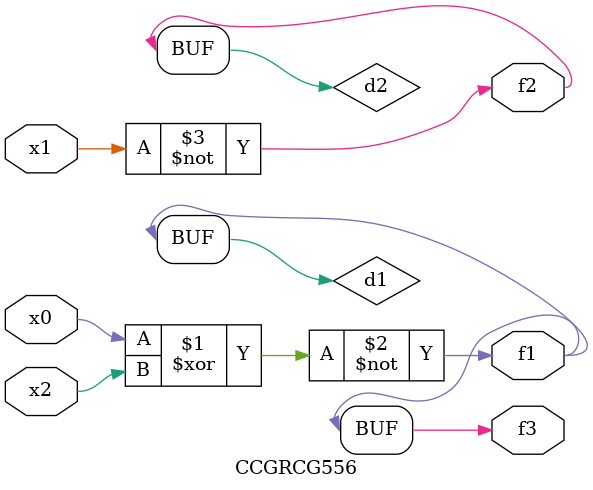
<source format=v>
module CCGRCG556(
	input x0, x1, x2,
	output f1, f2, f3
);

	wire d1, d2, d3;

	xnor (d1, x0, x2);
	nand (d2, x1);
	nor (d3, x1, x2);
	assign f1 = d1;
	assign f2 = d2;
	assign f3 = d1;
endmodule

</source>
